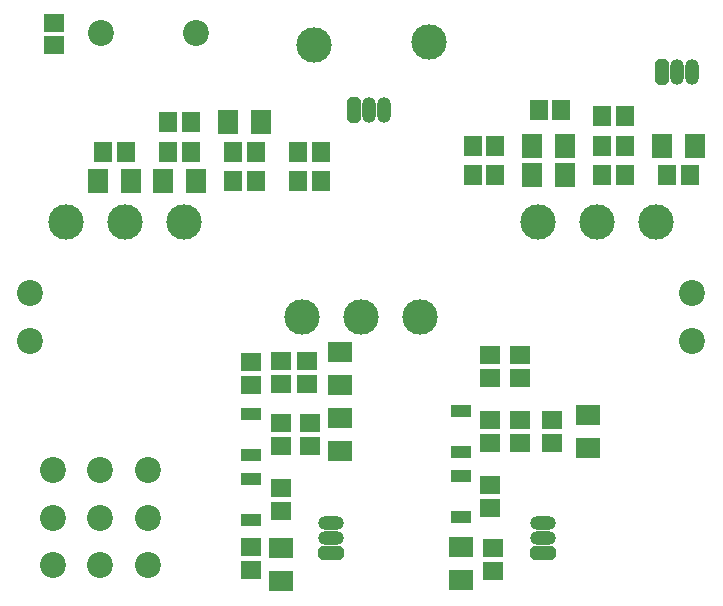
<source format=gbr>
G04 DipTrace 3.2.0.1*
G04 TopMask.gbr*
%MOIN*%
G04 #@! TF.FileFunction,Soldermask,Top*
G04 #@! TF.Part,Single*
%AMOUTLINE1*
4,1,8,
-0.023622,-0.031158,
-0.011473,-0.043307,
0.011473,-0.043307,
0.023622,-0.031158,
0.023622,0.031158,
0.011473,0.043307,
-0.011473,0.043307,
-0.023622,0.031158,
-0.023622,-0.031158,
0*%
%AMOUTLINE4*
4,1,8,
0.031158,-0.023622,
0.043307,-0.011473,
0.043307,0.011473,
0.031158,0.023622,
-0.031158,0.023622,
-0.043307,0.011473,
-0.043307,-0.011473,
-0.031158,-0.023622,
0.031158,-0.023622,
0*%
%ADD34O,0.086614X0.047244*%
%ADD36O,0.047244X0.086614*%
%ADD38C,0.11811*%
%ADD40C,0.086614*%
%ADD42R,0.070866X0.03937*%
%ADD44R,0.059055X0.066929*%
%ADD46R,0.066929X0.059055*%
%ADD48R,0.07874X0.070866*%
%ADD50R,0.070866X0.07874*%
%ADD56OUTLINE1*%
%ADD59OUTLINE4*%
%FSLAX26Y26*%
G04*
G70*
G90*
G75*
G01*
G04 TopMask*
%LPD*%
D50*
X738189Y1870079D3*
X848425D3*
X2185039Y1889764D3*
X2295276D3*
Y1988189D3*
X2185039D3*
X1064961Y1870079D3*
X954724D3*
D48*
X1543307Y1190945D3*
Y1301181D3*
D46*
X1346457Y1062992D3*
Y988189D3*
X2045276Y1072835D3*
Y998031D3*
D44*
X2710630Y1889764D3*
X2635827D3*
D48*
X1946850Y649606D3*
Y539370D3*
X1346457Y647638D3*
Y537402D3*
D44*
X2419291Y2086614D3*
X2494094D3*
X972441Y1968504D3*
X1047244D3*
X1263780Y1870079D3*
X1188976D3*
D46*
X2251969Y998031D3*
Y1072835D3*
X2055118Y570866D3*
Y645669D3*
X1248031Y1190945D3*
Y1265748D3*
Y574803D3*
Y649606D3*
D42*
X1946850Y1102362D3*
Y968504D3*
Y751969D3*
Y885827D3*
X1248031Y1092520D3*
Y958661D3*
Y742126D3*
Y875984D3*
D40*
X748031Y2362205D3*
X1062992D3*
X511811Y1496063D3*
Y1338583D3*
X2716535D3*
Y1496063D3*
D38*
X1456693Y2322835D3*
X1840551Y2332677D3*
D56*
X2616142Y2234252D3*
D36*
X2666142D3*
X2716142D3*
D59*
X2222441Y631890D3*
D34*
Y681890D3*
Y731890D3*
D59*
X1513780Y629921D3*
D34*
Y679921D3*
Y729921D3*
D56*
X1592520Y2106299D3*
D36*
X1642520D3*
X1692520D3*
D46*
X590551Y2322835D3*
Y2397638D3*
D44*
X755906Y1968504D3*
X830709D3*
X2494094Y1988189D3*
X2419291D3*
X2281496Y2106299D3*
X2206693D3*
D50*
X2728346Y1988189D3*
X2618110D3*
D44*
X2061024Y1889764D3*
X1986220D3*
X2061024Y1988189D3*
X1986220D3*
X2419291Y1889764D3*
X2494094D3*
X1188976Y1968504D3*
X1263780D3*
D48*
X2370079Y1090551D3*
Y980315D3*
D46*
X2045276Y856299D3*
Y781496D3*
Y1214567D3*
Y1289370D3*
D44*
X1405512Y1968504D3*
X1480315D3*
X1047244Y2066929D3*
X972441D3*
D46*
X2143701Y1072835D3*
Y998031D3*
Y1289370D3*
Y1214567D3*
X1444882Y1062992D3*
Y988189D3*
X1346457Y846457D3*
Y771654D3*
X1435039Y1269685D3*
Y1194882D3*
X1346457Y1269685D3*
Y1194882D3*
D48*
X1543307Y1080709D3*
Y970472D3*
D50*
X1171260Y2066929D3*
X1281496D3*
D44*
X1480315Y1870079D3*
X1405512D3*
D38*
X1614173Y1417323D3*
X1417323D3*
X1811024D3*
X826772Y1732283D3*
X629921D3*
X1023622D3*
X2401575D3*
X2204724D3*
X2598425D3*
D40*
X746063Y748031D3*
X903543D3*
Y905512D3*
X746063D3*
X588583D3*
Y748031D3*
Y590551D3*
X746063D3*
X903543D3*
M02*

</source>
